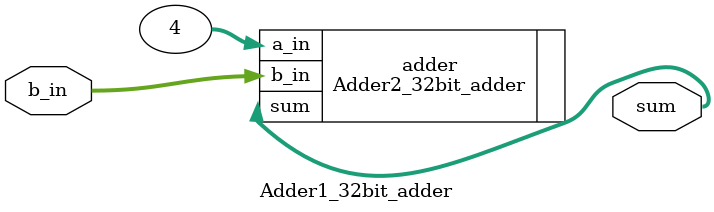
<source format=v>
`timescale 1ns / 1ps
module Adder1_32bit_adder(
    input [31:0] b_in,
    output [31:0] sum
    );

     //reg [31:0] a_in = 4;

     Adder2_32bit_adder adder (.a_in(32'b00000000000000000000000000000100), .b_in(b_in), .sum(sum));

endmodule

</source>
